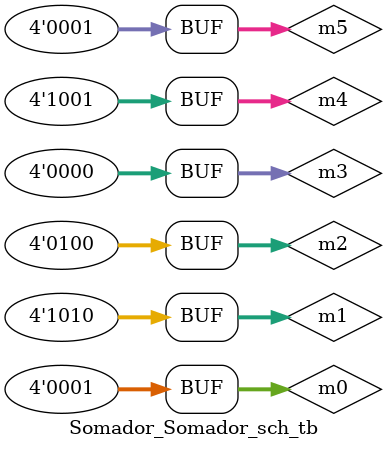
<source format=v>

`timescale 1ns / 1ps

module Somador_Somador_sch_tb();

// Inputs
   reg [3:0] m0;
   reg [3:0] m1;
   reg [3:0] m2;
   reg [3:0] m3;
   reg [3:0] m4;
   reg [3:0] m5;

// Output
   wire p_ou_i;

// Bidirs

// Instantiate the UUT
   Somador UUT (
		.m0(m0), 
		.m1(m1), 
		.m2(m2), 
		.m3(m3), 
		.m4(m4), 
		.m5(m5), 
		.p_ou_i(p_ou_i)
   );
// Initialize Inputs
   `ifdef auto_init
       initial begin
		m0 = 0;
		m1 = 0;
		m2 = 0;
		m3 = 0;
		m4 = 0;
		m5 = 0;
   `endif
	initial
	begin
		m0 = 0001;
		m1 = 0010;
		m2 = 0100;
		m3 = 0000;
		m4 = 1001;
		m5 = 0001;
	end
endmodule

</source>
